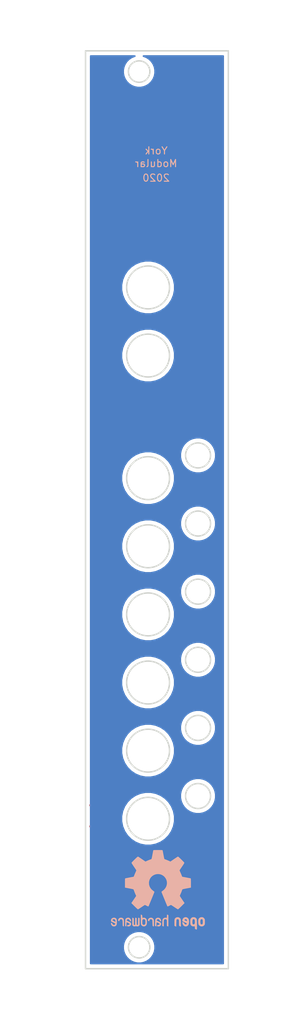
<source format=kicad_pcb>
(kicad_pcb (version 20171130) (host pcbnew 5.1.7-a382d34a8~87~ubuntu18.04.1)

  (general
    (thickness 1.6)
    (drawings 41)
    (tracks 0)
    (zones 0)
    (modules 1)
    (nets 1)
  )

  (page A4)
  (layers
    (0 F.Cu signal)
    (31 B.Cu signal)
    (32 B.Adhes user)
    (33 F.Adhes user)
    (34 B.Paste user)
    (35 F.Paste user)
    (36 B.SilkS user)
    (37 F.SilkS user)
    (38 B.Mask user)
    (39 F.Mask user)
    (40 Dwgs.User user)
    (41 Cmts.User user)
    (42 Eco1.User user)
    (43 Eco2.User user)
    (44 Edge.Cuts user)
    (45 Margin user)
    (46 B.CrtYd user)
    (47 F.CrtYd user)
    (48 B.Fab user)
    (49 F.Fab user)
  )

  (setup
    (last_trace_width 0.25)
    (trace_clearance 0.2)
    (zone_clearance 0.508)
    (zone_45_only no)
    (trace_min 0.2)
    (via_size 0.8)
    (via_drill 0.4)
    (via_min_size 0.4)
    (via_min_drill 0.3)
    (uvia_size 0.3)
    (uvia_drill 0.1)
    (uvias_allowed no)
    (uvia_min_size 0.2)
    (uvia_min_drill 0.1)
    (edge_width 0.05)
    (segment_width 0.2)
    (pcb_text_width 0.3)
    (pcb_text_size 1.5 1.5)
    (mod_edge_width 0.12)
    (mod_text_size 1 1)
    (mod_text_width 0.15)
    (pad_size 1.524 1.524)
    (pad_drill 0.762)
    (pad_to_mask_clearance 0.051)
    (solder_mask_min_width 0.25)
    (aux_axis_origin 0 0)
    (grid_origin 104.931 167.77014)
    (visible_elements FFFFFF7F)
    (pcbplotparams
      (layerselection 0x010fc_ffffffff)
      (usegerberextensions true)
      (usegerberattributes false)
      (usegerberadvancedattributes false)
      (creategerberjobfile false)
      (excludeedgelayer true)
      (linewidth 0.100000)
      (plotframeref false)
      (viasonmask false)
      (mode 1)
      (useauxorigin false)
      (hpglpennumber 1)
      (hpglpenspeed 20)
      (hpglpendiameter 15.000000)
      (psnegative false)
      (psa4output false)
      (plotreference true)
      (plotvalue true)
      (plotinvisibletext false)
      (padsonsilk false)
      (subtractmaskfromsilk false)
      (outputformat 1)
      (mirror false)
      (drillshape 0)
      (scaleselection 1)
      (outputdirectory "gerbers"))
  )

  (net 0 "")

  (net_class Default "This is the default net class."
    (clearance 0.2)
    (trace_width 0.25)
    (via_dia 0.8)
    (via_drill 0.4)
    (uvia_dia 0.3)
    (uvia_drill 0.1)
  )

  (module Symbol:OSHW-Logo2_14.6x12mm_SilkScreen (layer B.Cu) (tedit 0) (tstamp 5E654034)
    (at 115.062 156.718 180)
    (descr "Open Source Hardware Symbol")
    (tags "Logo Symbol OSHW")
    (attr virtual)
    (fp_text reference REF** (at 0 0) (layer B.SilkS) hide
      (effects (font (size 1 1) (thickness 0.15)) (justify mirror))
    )
    (fp_text value OSHW-Logo2_14.6x12mm_SilkScreen (at 0.75 0) (layer B.Fab) hide
      (effects (font (size 1 1) (thickness 0.15)) (justify mirror))
    )
    (fp_poly (pts (xy -4.8281 -3.861903) (xy -4.71655 -3.917522) (xy -4.618092 -4.019931) (xy -4.590977 -4.057864)
      (xy -4.561438 -4.1075) (xy -4.542272 -4.161412) (xy -4.531307 -4.233364) (xy -4.526371 -4.337122)
      (xy -4.525287 -4.474101) (xy -4.530182 -4.661815) (xy -4.547196 -4.802758) (xy -4.579823 -4.907908)
      (xy -4.631558 -4.988243) (xy -4.705896 -5.054741) (xy -4.711358 -5.058678) (xy -4.78462 -5.098953)
      (xy -4.87284 -5.11888) (xy -4.985038 -5.123793) (xy -5.167433 -5.123793) (xy -5.167509 -5.300857)
      (xy -5.169207 -5.39947) (xy -5.17955 -5.457314) (xy -5.206578 -5.492006) (xy -5.258332 -5.521164)
      (xy -5.270761 -5.527121) (xy -5.328923 -5.555039) (xy -5.373956 -5.572672) (xy -5.407441 -5.574194)
      (xy -5.430962 -5.553781) (xy -5.4461 -5.505607) (xy -5.454437 -5.423846) (xy -5.457556 -5.302672)
      (xy -5.45704 -5.13626) (xy -5.454471 -4.918785) (xy -5.453668 -4.853736) (xy -5.450778 -4.629502)
      (xy -5.448188 -4.482821) (xy -5.167586 -4.482821) (xy -5.166009 -4.607326) (xy -5.159 -4.688787)
      (xy -5.143142 -4.742515) (xy -5.115019 -4.783823) (xy -5.095925 -4.803971) (xy -5.017865 -4.862921)
      (xy -4.948753 -4.86772) (xy -4.87744 -4.819038) (xy -4.875632 -4.817241) (xy -4.846617 -4.779618)
      (xy -4.828967 -4.728484) (xy -4.820064 -4.649738) (xy -4.817291 -4.529276) (xy -4.817241 -4.502588)
      (xy -4.823942 -4.336583) (xy -4.845752 -4.221505) (xy -4.885235 -4.151254) (xy -4.944956 -4.119729)
      (xy -4.979472 -4.116552) (xy -5.061389 -4.13146) (xy -5.117579 -4.180548) (xy -5.151402 -4.270362)
      (xy -5.16622 -4.407445) (xy -5.167586 -4.482821) (xy -5.448188 -4.482821) (xy -5.447713 -4.455952)
      (xy -5.443753 -4.325382) (xy -5.438174 -4.230087) (xy -5.430254 -4.162364) (xy -5.419269 -4.114507)
      (xy -5.404499 -4.078813) (xy -5.385218 -4.047578) (xy -5.376951 -4.035824) (xy -5.267288 -3.924797)
      (xy -5.128635 -3.861847) (xy -4.968246 -3.844297) (xy -4.8281 -3.861903)) (layer B.SilkS) (width 0.01))
    (fp_poly (pts (xy -2.582571 -3.877719) (xy -2.488877 -3.931914) (xy -2.423736 -3.985707) (xy -2.376093 -4.042066)
      (xy -2.343272 -4.110987) (xy -2.322594 -4.202468) (xy -2.31138 -4.326506) (xy -2.306951 -4.493098)
      (xy -2.306437 -4.612851) (xy -2.306437 -5.053659) (xy -2.430517 -5.109283) (xy -2.554598 -5.164907)
      (xy -2.569195 -4.682095) (xy -2.575227 -4.501779) (xy -2.581555 -4.370901) (xy -2.589394 -4.280511)
      (xy -2.599963 -4.221664) (xy -2.614477 -4.185413) (xy -2.634152 -4.16281) (xy -2.640465 -4.157917)
      (xy -2.736112 -4.119706) (xy -2.832793 -4.134827) (xy -2.890345 -4.174943) (xy -2.913755 -4.20337)
      (xy -2.929961 -4.240672) (xy -2.940259 -4.297223) (xy -2.945951 -4.383394) (xy -2.948336 -4.509558)
      (xy -2.948736 -4.641042) (xy -2.948814 -4.805999) (xy -2.951639 -4.922761) (xy -2.961093 -5.00151)
      (xy -2.98106 -5.052431) (xy -3.015424 -5.085706) (xy -3.068068 -5.11152) (xy -3.138383 -5.138344)
      (xy -3.21518 -5.167542) (xy -3.206038 -4.649346) (xy -3.202357 -4.462539) (xy -3.19805 -4.32449)
      (xy -3.191877 -4.225568) (xy -3.182598 -4.156145) (xy -3.168973 -4.10659) (xy -3.149761 -4.067273)
      (xy -3.126598 -4.032584) (xy -3.014848 -3.92177) (xy -2.878487 -3.857689) (xy -2.730175 -3.842339)
      (xy -2.582571 -3.877719)) (layer B.SilkS) (width 0.01))
    (fp_poly (pts (xy -5.951779 -3.866015) (xy -5.814939 -3.937968) (xy -5.713949 -4.053766) (xy -5.678075 -4.128213)
      (xy -5.650161 -4.239992) (xy -5.635871 -4.381227) (xy -5.634516 -4.535371) (xy -5.645405 -4.685879)
      (xy -5.667847 -4.816205) (xy -5.70115 -4.909803) (xy -5.711385 -4.925922) (xy -5.832618 -5.046249)
      (xy -5.976613 -5.118317) (xy -6.132861 -5.139408) (xy -6.290852 -5.106802) (xy -6.33482 -5.087253)
      (xy -6.420444 -5.027012) (xy -6.495592 -4.947135) (xy -6.502694 -4.937004) (xy -6.531561 -4.888181)
      (xy -6.550643 -4.83599) (xy -6.561916 -4.767285) (xy -6.567355 -4.668918) (xy -6.568938 -4.527744)
      (xy -6.568965 -4.496092) (xy -6.568893 -4.486019) (xy -6.277011 -4.486019) (xy -6.275313 -4.619256)
      (xy -6.268628 -4.707674) (xy -6.254575 -4.764785) (xy -6.230771 -4.804102) (xy -6.218621 -4.817241)
      (xy -6.148764 -4.867172) (xy -6.080941 -4.864895) (xy -6.012365 -4.821584) (xy -5.971465 -4.775346)
      (xy -5.947242 -4.707857) (xy -5.933639 -4.601433) (xy -5.932706 -4.58902) (xy -5.930384 -4.396147)
      (xy -5.95465 -4.2529) (xy -6.005176 -4.16016) (xy -6.081632 -4.118807) (xy -6.108924 -4.116552)
      (xy -6.180589 -4.127893) (xy -6.22961 -4.167184) (xy -6.259582 -4.242326) (xy -6.274101 -4.361222)
      (xy -6.277011 -4.486019) (xy -6.568893 -4.486019) (xy -6.567878 -4.345659) (xy -6.563312 -4.240549)
      (xy -6.553312 -4.167714) (xy -6.535921 -4.114108) (xy -6.509184 -4.066681) (xy -6.503276 -4.057864)
      (xy -6.403968 -3.939007) (xy -6.295758 -3.870008) (xy -6.164019 -3.842619) (xy -6.119283 -3.841281)
      (xy -5.951779 -3.866015)) (layer B.SilkS) (width 0.01))
    (fp_poly (pts (xy -3.684448 -3.884676) (xy -3.569342 -3.962111) (xy -3.480389 -4.073949) (xy -3.427251 -4.216265)
      (xy -3.416503 -4.321015) (xy -3.417724 -4.364726) (xy -3.427944 -4.398194) (xy -3.456039 -4.428179)
      (xy -3.510884 -4.46144) (xy -3.601355 -4.504738) (xy -3.736328 -4.564833) (xy -3.737011 -4.565134)
      (xy -3.861249 -4.622037) (xy -3.963127 -4.672565) (xy -4.032233 -4.71128) (xy -4.058154 -4.73274)
      (xy -4.058161 -4.732913) (xy -4.035315 -4.779644) (xy -3.981891 -4.831154) (xy -3.920558 -4.868261)
      (xy -3.889485 -4.875632) (xy -3.804711 -4.850138) (xy -3.731707 -4.786291) (xy -3.696087 -4.716094)
      (xy -3.66182 -4.664343) (xy -3.594697 -4.605409) (xy -3.515792 -4.554496) (xy -3.446179 -4.526809)
      (xy -3.431623 -4.525287) (xy -3.415237 -4.550321) (xy -3.41425 -4.614311) (xy -3.426292 -4.700593)
      (xy -3.448993 -4.792501) (xy -3.479986 -4.873369) (xy -3.481552 -4.876509) (xy -3.574819 -5.006734)
      (xy -3.695696 -5.095311) (xy -3.832973 -5.138786) (xy -3.97544 -5.133706) (xy -4.111888 -5.076616)
      (xy -4.117955 -5.072602) (xy -4.22529 -4.975326) (xy -4.295868 -4.848409) (xy -4.334926 -4.681526)
      (xy -4.340168 -4.634639) (xy -4.349452 -4.413329) (xy -4.338322 -4.310124) (xy -4.058161 -4.310124)
      (xy -4.054521 -4.374503) (xy -4.034611 -4.393291) (xy -3.984974 -4.379235) (xy -3.906733 -4.346009)
      (xy -3.819274 -4.304359) (xy -3.817101 -4.303256) (xy -3.74297 -4.264265) (xy -3.713219 -4.238244)
      (xy -3.720555 -4.210965) (xy -3.751447 -4.175121) (xy -3.83004 -4.123251) (xy -3.914677 -4.119439)
      (xy -3.990597 -4.157189) (xy -4.043035 -4.230001) (xy -4.058161 -4.310124) (xy -4.338322 -4.310124)
      (xy -4.330356 -4.236261) (xy -4.281366 -4.095829) (xy -4.213164 -3.997447) (xy -4.090065 -3.89803)
      (xy -3.954472 -3.848711) (xy -3.816045 -3.845568) (xy -3.684448 -3.884676)) (layer B.SilkS) (width 0.01))
    (fp_poly (pts (xy -1.255402 -3.723857) (xy -1.246846 -3.843188) (xy -1.237019 -3.913506) (xy -1.223401 -3.944179)
      (xy -1.203473 -3.944571) (xy -1.197011 -3.94091) (xy -1.11106 -3.914398) (xy -0.999255 -3.915946)
      (xy -0.885586 -3.943199) (xy -0.81449 -3.978455) (xy -0.741595 -4.034778) (xy -0.688307 -4.098519)
      (xy -0.651725 -4.17951) (xy -0.62895 -4.287586) (xy -0.617081 -4.43258) (xy -0.613218 -4.624326)
      (xy -0.613149 -4.661109) (xy -0.613103 -5.074288) (xy -0.705046 -5.106339) (xy -0.770348 -5.128144)
      (xy -0.806176 -5.138297) (xy -0.80723 -5.138391) (xy -0.810758 -5.11086) (xy -0.813761 -5.034923)
      (xy -0.81601 -4.920565) (xy -0.817276 -4.777769) (xy -0.817471 -4.690951) (xy -0.817877 -4.519773)
      (xy -0.819968 -4.397088) (xy -0.825053 -4.313) (xy -0.83444 -4.257614) (xy -0.849439 -4.221032)
      (xy -0.871358 -4.193359) (xy -0.885043 -4.180032) (xy -0.979051 -4.126328) (xy -1.081636 -4.122307)
      (xy -1.17471 -4.167725) (xy -1.191922 -4.184123) (xy -1.217168 -4.214957) (xy -1.23468 -4.251531)
      (xy -1.245858 -4.304415) (xy -1.252104 -4.384177) (xy -1.254818 -4.501385) (xy -1.255402 -4.662991)
      (xy -1.255402 -5.074288) (xy -1.347345 -5.106339) (xy -1.412647 -5.128144) (xy -1.448475 -5.138297)
      (xy -1.449529 -5.138391) (xy -1.452225 -5.110448) (xy -1.454655 -5.03163) (xy -1.456722 -4.909453)
      (xy -1.458329 -4.751432) (xy -1.459377 -4.565083) (xy -1.459769 -4.35792) (xy -1.45977 -4.348706)
      (xy -1.45977 -3.55902) (xy -1.364885 -3.518997) (xy -1.27 -3.478973) (xy -1.255402 -3.723857)) (layer B.SilkS) (width 0.01))
    (fp_poly (pts (xy 0.079944 -3.92436) (xy 0.194343 -3.966842) (xy 0.195652 -3.967658) (xy 0.266403 -4.01973)
      (xy 0.318636 -4.080584) (xy 0.355371 -4.159887) (xy 0.379634 -4.267309) (xy 0.394445 -4.412517)
      (xy 0.402829 -4.605179) (xy 0.403564 -4.632628) (xy 0.41412 -5.046521) (xy 0.325291 -5.092456)
      (xy 0.261018 -5.123498) (xy 0.22221 -5.138206) (xy 0.220415 -5.138391) (xy 0.2137 -5.11125)
      (xy 0.208365 -5.038041) (xy 0.205083 -4.931081) (xy 0.204368 -4.844469) (xy 0.204351 -4.704162)
      (xy 0.197937 -4.616051) (xy 0.17558 -4.574025) (xy 0.127732 -4.571975) (xy 0.044849 -4.60379)
      (xy -0.080287 -4.662272) (xy -0.172303 -4.710845) (xy -0.219629 -4.752986) (xy -0.233542 -4.798916)
      (xy -0.233563 -4.801189) (xy -0.210605 -4.880311) (xy -0.14263 -4.923055) (xy -0.038602 -4.929246)
      (xy 0.03633 -4.928172) (xy 0.075839 -4.949753) (xy 0.100478 -5.001591) (xy 0.114659 -5.067632)
      (xy 0.094223 -5.105104) (xy 0.086528 -5.110467) (xy 0.014083 -5.132006) (xy -0.087367 -5.135055)
      (xy -0.191843 -5.120778) (xy -0.265875 -5.094688) (xy -0.368228 -5.007785) (xy -0.426409 -4.886816)
      (xy -0.437931 -4.792308) (xy -0.429138 -4.707062) (xy -0.39732 -4.637476) (xy -0.334316 -4.575672)
      (xy -0.231969 -4.513772) (xy -0.082118 -4.443897) (xy -0.072988 -4.439948) (xy 0.061997 -4.377588)
      (xy 0.145294 -4.326446) (xy 0.180997 -4.280488) (xy 0.173203 -4.233683) (xy 0.126007 -4.179998)
      (xy 0.111894 -4.167644) (xy 0.017359 -4.119741) (xy -0.080594 -4.121758) (xy -0.165903 -4.168724)
      (xy -0.222504 -4.255669) (xy -0.227763 -4.272734) (xy -0.278977 -4.355504) (xy -0.343963 -4.395372)
      (xy -0.437931 -4.434882) (xy -0.437931 -4.332658) (xy -0.409347 -4.184072) (xy -0.324505 -4.047784)
      (xy -0.280355 -4.002191) (xy -0.179995 -3.943674) (xy -0.052365 -3.917184) (xy 0.079944 -3.92436)) (layer B.SilkS) (width 0.01))
    (fp_poly (pts (xy 1.065943 -3.92192) (xy 1.198565 -3.970859) (xy 1.30601 -4.057419) (xy 1.348032 -4.118352)
      (xy 1.393843 -4.230161) (xy 1.392891 -4.311006) (xy 1.344808 -4.365378) (xy 1.327017 -4.374624)
      (xy 1.250204 -4.40345) (xy 1.210976 -4.396065) (xy 1.197689 -4.347658) (xy 1.197012 -4.32092)
      (xy 1.172686 -4.222548) (xy 1.109281 -4.153734) (xy 1.021154 -4.120498) (xy 0.922663 -4.128861)
      (xy 0.842602 -4.172296) (xy 0.815561 -4.197072) (xy 0.796394 -4.227129) (xy 0.783446 -4.272565)
      (xy 0.775064 -4.343476) (xy 0.769593 -4.44996) (xy 0.765378 -4.602112) (xy 0.764287 -4.650287)
      (xy 0.760307 -4.815095) (xy 0.755781 -4.931088) (xy 0.748995 -5.007833) (xy 0.738231 -5.054893)
      (xy 0.721773 -5.081835) (xy 0.697906 -5.098223) (xy 0.682626 -5.105463) (xy 0.617733 -5.13022)
      (xy 0.579534 -5.138391) (xy 0.566912 -5.111103) (xy 0.559208 -5.028603) (xy 0.55638 -4.889941)
      (xy 0.558386 -4.694162) (xy 0.559011 -4.663965) (xy 0.563421 -4.485349) (xy 0.568635 -4.354923)
      (xy 0.576055 -4.262492) (xy 0.587082 -4.197858) (xy 0.603117 -4.150825) (xy 0.625561 -4.111196)
      (xy 0.637302 -4.094215) (xy 0.704619 -4.01908) (xy 0.77991 -3.960638) (xy 0.789128 -3.955536)
      (xy 0.924133 -3.91526) (xy 1.065943 -3.92192)) (layer B.SilkS) (width 0.01))
    (fp_poly (pts (xy 2.393914 -4.154455) (xy 2.393543 -4.372661) (xy 2.392108 -4.540519) (xy 2.389002 -4.66607)
      (xy 2.383622 -4.757355) (xy 2.375362 -4.822415) (xy 2.363616 -4.869291) (xy 2.347781 -4.906024)
      (xy 2.33579 -4.926991) (xy 2.23649 -5.040694) (xy 2.110588 -5.111965) (xy 1.971291 -5.137538)
      (xy 1.831805 -5.11415) (xy 1.748743 -5.072119) (xy 1.661545 -4.999411) (xy 1.602117 -4.910612)
      (xy 1.566261 -4.79432) (xy 1.549781 -4.639135) (xy 1.547447 -4.525287) (xy 1.547761 -4.517106)
      (xy 1.751724 -4.517106) (xy 1.75297 -4.647657) (xy 1.758678 -4.73408) (xy 1.771804 -4.790618)
      (xy 1.795306 -4.831514) (xy 1.823386 -4.862362) (xy 1.917688 -4.921905) (xy 2.01894 -4.926992)
      (xy 2.114636 -4.877279) (xy 2.122084 -4.870543) (xy 2.153874 -4.835502) (xy 2.173808 -4.793811)
      (xy 2.1846 -4.731762) (xy 2.188965 -4.635644) (xy 2.189655 -4.529379) (xy 2.188159 -4.39588)
      (xy 2.181964 -4.306822) (xy 2.168514 -4.248293) (xy 2.145251 -4.206382) (xy 2.126175 -4.184123)
      (xy 2.037563 -4.127985) (xy 1.935508 -4.121235) (xy 1.838095 -4.164114) (xy 1.819296 -4.180032)
      (xy 1.787293 -4.215382) (xy 1.767318 -4.257502) (xy 1.756593 -4.320251) (xy 1.752339 -4.417487)
      (xy 1.751724 -4.517106) (xy 1.547761 -4.517106) (xy 1.554504 -4.341947) (xy 1.578472 -4.204195)
      (xy 1.623548 -4.100632) (xy 1.693928 -4.019856) (xy 1.748743 -3.978455) (xy 1.848376 -3.933728)
      (xy 1.963855 -3.912967) (xy 2.071199 -3.918525) (xy 2.131264 -3.940943) (xy 2.154835 -3.947323)
      (xy 2.170477 -3.923535) (xy 2.181395 -3.859788) (xy 2.189655 -3.762687) (xy 2.198699 -3.654541)
      (xy 2.211261 -3.589475) (xy 2.234119 -3.552268) (xy 2.274051 -3.527699) (xy 2.299138 -3.516819)
      (xy 2.394023 -3.477072) (xy 2.393914 -4.154455)) (layer B.SilkS) (width 0.01))
    (fp_poly (pts (xy 3.580124 -3.93984) (xy 3.584579 -4.016653) (xy 3.588071 -4.133391) (xy 3.590315 -4.280821)
      (xy 3.591035 -4.435455) (xy 3.591035 -4.958727) (xy 3.498645 -5.051117) (xy 3.434978 -5.108047)
      (xy 3.379089 -5.131107) (xy 3.302702 -5.129647) (xy 3.27238 -5.125934) (xy 3.17761 -5.115126)
      (xy 3.099222 -5.108933) (xy 3.080115 -5.108361) (xy 3.015699 -5.112102) (xy 2.923571 -5.121494)
      (xy 2.88785 -5.125934) (xy 2.800114 -5.132801) (xy 2.741153 -5.117885) (xy 2.68269 -5.071835)
      (xy 2.661585 -5.051117) (xy 2.569195 -4.958727) (xy 2.569195 -3.979947) (xy 2.643558 -3.946066)
      (xy 2.70759 -3.92097) (xy 2.745052 -3.912184) (xy 2.754657 -3.93995) (xy 2.763635 -4.01753)
      (xy 2.771386 -4.136348) (xy 2.777314 -4.287828) (xy 2.780173 -4.415805) (xy 2.788161 -4.919425)
      (xy 2.857848 -4.929278) (xy 2.921229 -4.922389) (xy 2.952286 -4.900083) (xy 2.960967 -4.858379)
      (xy 2.968378 -4.769544) (xy 2.973931 -4.644834) (xy 2.977036 -4.495507) (xy 2.977484 -4.418661)
      (xy 2.977931 -3.976287) (xy 3.069874 -3.944235) (xy 3.134949 -3.922443) (xy 3.170347 -3.912281)
      (xy 3.171368 -3.912184) (xy 3.17492 -3.939809) (xy 3.178823 -4.016411) (xy 3.182751 -4.132579)
      (xy 3.186376 -4.278904) (xy 3.188908 -4.415805) (xy 3.196897 -4.919425) (xy 3.372069 -4.919425)
      (xy 3.380107 -4.459965) (xy 3.388146 -4.000505) (xy 3.473543 -3.956344) (xy 3.536593 -3.926019)
      (xy 3.57391 -3.912258) (xy 3.574987 -3.912184) (xy 3.580124 -3.93984)) (layer B.SilkS) (width 0.01))
    (fp_poly (pts (xy 4.314406 -3.935156) (xy 4.398469 -3.973393) (xy 4.46445 -4.019726) (xy 4.512794 -4.071532)
      (xy 4.546172 -4.138363) (xy 4.567253 -4.229769) (xy 4.578707 -4.355301) (xy 4.583203 -4.524508)
      (xy 4.583678 -4.635933) (xy 4.583678 -5.070627) (xy 4.509316 -5.104509) (xy 4.450746 -5.129272)
      (xy 4.42173 -5.138391) (xy 4.416179 -5.111257) (xy 4.411775 -5.038094) (xy 4.409078 -4.931263)
      (xy 4.408506 -4.846437) (xy 4.406046 -4.723887) (xy 4.399412 -4.626668) (xy 4.389726 -4.567134)
      (xy 4.382032 -4.554483) (xy 4.330311 -4.567402) (xy 4.249117 -4.600539) (xy 4.155102 -4.645461)
      (xy 4.064917 -4.693735) (xy 3.995215 -4.736928) (xy 3.962648 -4.766608) (xy 3.962519 -4.766929)
      (xy 3.96532 -4.821857) (xy 3.990439 -4.874292) (xy 4.034541 -4.916881) (xy 4.098909 -4.931126)
      (xy 4.153921 -4.929466) (xy 4.231835 -4.928245) (xy 4.272732 -4.946498) (xy 4.297295 -4.994726)
      (xy 4.300392 -5.00382) (xy 4.31104 -5.072598) (xy 4.282565 -5.11436) (xy 4.208344 -5.134263)
      (xy 4.128168 -5.137944) (xy 3.98389 -5.110658) (xy 3.909203 -5.07169) (xy 3.816963 -4.980148)
      (xy 3.768043 -4.867782) (xy 3.763654 -4.749051) (xy 3.805001 -4.638411) (xy 3.867197 -4.56908)
      (xy 3.929294 -4.530265) (xy 4.026895 -4.481125) (xy 4.140632 -4.431292) (xy 4.15959 -4.423677)
      (xy 4.284521 -4.368545) (xy 4.356539 -4.319954) (xy 4.3797 -4.271647) (xy 4.358064 -4.21737)
      (xy 4.32092 -4.174943) (xy 4.233127 -4.122702) (xy 4.13653 -4.118784) (xy 4.047944 -4.159041)
      (xy 3.984186 -4.239326) (xy 3.975817 -4.26004) (xy 3.927096 -4.336225) (xy 3.855965 -4.392785)
      (xy 3.766207 -4.439201) (xy 3.766207 -4.307584) (xy 3.77149 -4.227168) (xy 3.794142 -4.163786)
      (xy 3.844367 -4.096163) (xy 3.892582 -4.044076) (xy 3.967554 -3.970322) (xy 4.025806 -3.930702)
      (xy 4.088372 -3.91481) (xy 4.159193 -3.912184) (xy 4.314406 -3.935156)) (layer B.SilkS) (width 0.01))
    (fp_poly (pts (xy 5.33569 -3.940018) (xy 5.370585 -3.955269) (xy 5.453877 -4.021235) (xy 5.525103 -4.116618)
      (xy 5.569153 -4.218406) (xy 5.576322 -4.268587) (xy 5.552285 -4.338647) (xy 5.499561 -4.375717)
      (xy 5.443031 -4.398164) (xy 5.417146 -4.4023) (xy 5.404542 -4.372283) (xy 5.379654 -4.306961)
      (xy 5.368735 -4.277445) (xy 5.307508 -4.175348) (xy 5.218861 -4.124423) (xy 5.105193 -4.125989)
      (xy 5.096774 -4.127994) (xy 5.036088 -4.156767) (xy 4.991474 -4.212859) (xy 4.961002 -4.303163)
      (xy 4.942744 -4.434571) (xy 4.934771 -4.613974) (xy 4.934023 -4.709433) (xy 4.933652 -4.859913)
      (xy 4.931223 -4.962495) (xy 4.92476 -5.027672) (xy 4.912288 -5.065938) (xy 4.891833 -5.087785)
      (xy 4.861419 -5.103707) (xy 4.859661 -5.104509) (xy 4.801091 -5.129272) (xy 4.772075 -5.138391)
      (xy 4.767616 -5.110822) (xy 4.763799 -5.03462) (xy 4.760899 -4.919541) (xy 4.759191 -4.775341)
      (xy 4.758851 -4.669814) (xy 4.760588 -4.465613) (xy 4.767382 -4.310697) (xy 4.781607 -4.196024)
      (xy 4.805638 -4.112551) (xy 4.841848 -4.051236) (xy 4.892612 -4.003034) (xy 4.942739 -3.969393)
      (xy 5.063275 -3.924619) (xy 5.203557 -3.914521) (xy 5.33569 -3.940018)) (layer B.SilkS) (width 0.01))
    (fp_poly (pts (xy 6.343439 -3.95654) (xy 6.45895 -4.032034) (xy 6.514664 -4.099617) (xy 6.558804 -4.222255)
      (xy 6.562309 -4.319298) (xy 6.554368 -4.449056) (xy 6.255115 -4.580039) (xy 6.109611 -4.646958)
      (xy 6.014537 -4.70079) (xy 5.965101 -4.747416) (xy 5.956511 -4.79272) (xy 5.983972 -4.842582)
      (xy 6.014253 -4.875632) (xy 6.102363 -4.928633) (xy 6.198196 -4.932347) (xy 6.286212 -4.891041)
      (xy 6.350869 -4.808983) (xy 6.362433 -4.780008) (xy 6.417825 -4.689509) (xy 6.481553 -4.65094)
      (xy 6.568966 -4.617946) (xy 6.568966 -4.743034) (xy 6.561238 -4.828156) (xy 6.530966 -4.899938)
      (xy 6.467518 -4.982356) (xy 6.458088 -4.993066) (xy 6.387513 -5.066391) (xy 6.326847 -5.105742)
      (xy 6.25095 -5.123845) (xy 6.18803 -5.129774) (xy 6.075487 -5.131251) (xy 5.99537 -5.112535)
      (xy 5.94539 -5.084747) (xy 5.866838 -5.023641) (xy 5.812463 -4.957554) (xy 5.778052 -4.874441)
      (xy 5.759388 -4.762254) (xy 5.752256 -4.608946) (xy 5.751687 -4.531136) (xy 5.753622 -4.437853)
      (xy 5.929899 -4.437853) (xy 5.931944 -4.487896) (xy 5.937039 -4.496092) (xy 5.970666 -4.484958)
      (xy 6.04303 -4.455493) (xy 6.139747 -4.413601) (xy 6.159973 -4.404597) (xy 6.282203 -4.342442)
      (xy 6.349547 -4.287815) (xy 6.364348 -4.236649) (xy 6.328947 -4.184876) (xy 6.299711 -4.162)
      (xy 6.194216 -4.11625) (xy 6.095476 -4.123808) (xy 6.012812 -4.179651) (xy 5.955548 -4.278753)
      (xy 5.937188 -4.357414) (xy 5.929899 -4.437853) (xy 5.753622 -4.437853) (xy 5.755459 -4.349351)
      (xy 5.769359 -4.214853) (xy 5.796894 -4.116916) (xy 5.841572 -4.044811) (xy 5.906901 -3.987813)
      (xy 5.935383 -3.969393) (xy 6.064763 -3.921422) (xy 6.206412 -3.918403) (xy 6.343439 -3.95654)) (layer B.SilkS) (width 0.01))
    (fp_poly (pts (xy 0.209014 5.547002) (xy 0.367006 5.546137) (xy 0.481347 5.543795) (xy 0.559407 5.539238)
      (xy 0.608554 5.53173) (xy 0.636159 5.520534) (xy 0.649592 5.504912) (xy 0.656221 5.484127)
      (xy 0.656865 5.481437) (xy 0.666935 5.432887) (xy 0.685575 5.337095) (xy 0.710845 5.204257)
      (xy 0.740807 5.044569) (xy 0.773522 4.868226) (xy 0.774664 4.862033) (xy 0.807433 4.689218)
      (xy 0.838093 4.536531) (xy 0.864664 4.413129) (xy 0.885167 4.328169) (xy 0.897626 4.29081)
      (xy 0.89822 4.290148) (xy 0.934919 4.271905) (xy 1.010586 4.241503) (xy 1.108878 4.205507)
      (xy 1.109425 4.205315) (xy 1.233233 4.158778) (xy 1.379196 4.099496) (xy 1.516781 4.039891)
      (xy 1.523293 4.036944) (xy 1.74739 3.935235) (xy 2.243619 4.274103) (xy 2.395846 4.377408)
      (xy 2.533741 4.469763) (xy 2.649315 4.545916) (xy 2.734579 4.600615) (xy 2.781544 4.628607)
      (xy 2.786004 4.630683) (xy 2.820134 4.62144) (xy 2.883881 4.576844) (xy 2.979731 4.494791)
      (xy 3.110169 4.373179) (xy 3.243328 4.243795) (xy 3.371694 4.116298) (xy 3.486581 3.999954)
      (xy 3.581073 3.901948) (xy 3.648253 3.829464) (xy 3.681206 3.789687) (xy 3.682432 3.787639)
      (xy 3.686074 3.760344) (xy 3.67235 3.715766) (xy 3.637869 3.647888) (xy 3.579239 3.550689)
      (xy 3.49307 3.418149) (xy 3.3782 3.247524) (xy 3.276254 3.097345) (xy 3.185123 2.96265)
      (xy 3.110073 2.85126) (xy 3.056369 2.770995) (xy 3.02928 2.729675) (xy 3.027574 2.72687)
      (xy 3.030882 2.687279) (xy 3.055953 2.610331) (xy 3.097798 2.510568) (xy 3.112712 2.478709)
      (xy 3.177786 2.336774) (xy 3.247212 2.175727) (xy 3.303609 2.036379) (xy 3.344247 1.932956)
      (xy 3.376526 1.854358) (xy 3.395178 1.81328) (xy 3.397497 1.810115) (xy 3.431803 1.804872)
      (xy 3.512669 1.790506) (xy 3.629343 1.769063) (xy 3.771075 1.742587) (xy 3.92711 1.713123)
      (xy 4.086698 1.682717) (xy 4.239085 1.653412) (xy 4.373521 1.627255) (xy 4.479252 1.60629)
      (xy 4.545526 1.592561) (xy 4.561782 1.58868) (xy 4.578573 1.5791) (xy 4.591249 1.557464)
      (xy 4.600378 1.516469) (xy 4.606531 1.448811) (xy 4.61028 1.347188) (xy 4.612192 1.204297)
      (xy 4.61284 1.012835) (xy 4.612874 0.934355) (xy 4.612874 0.296094) (xy 4.459598 0.26584)
      (xy 4.374322 0.249436) (xy 4.24707 0.225491) (xy 4.093315 0.196893) (xy 3.928534 0.166533)
      (xy 3.882989 0.158194) (xy 3.730932 0.12863) (xy 3.598468 0.099558) (xy 3.496714 0.073671)
      (xy 3.436788 0.053663) (xy 3.426805 0.047699) (xy 3.402293 0.005466) (xy 3.367148 -0.07637)
      (xy 3.328173 -0.181683) (xy 3.320442 -0.204368) (xy 3.26936 -0.345018) (xy 3.205954 -0.503714)
      (xy 3.143904 -0.646225) (xy 3.143598 -0.646886) (xy 3.040267 -0.87044) (xy 3.719961 -1.870232)
      (xy 3.283621 -2.3073) (xy 3.151649 -2.437381) (xy 3.031279 -2.552048) (xy 2.929273 -2.645181)
      (xy 2.852391 -2.710658) (xy 2.807393 -2.742357) (xy 2.800938 -2.744368) (xy 2.76304 -2.728529)
      (xy 2.685708 -2.684496) (xy 2.577389 -2.61749) (xy 2.446532 -2.532734) (xy 2.305052 -2.437816)
      (xy 2.161461 -2.340998) (xy 2.033435 -2.256751) (xy 1.929105 -2.190258) (xy 1.8566 -2.146702)
      (xy 1.824158 -2.131264) (xy 1.784576 -2.144328) (xy 1.709519 -2.17875) (xy 1.614468 -2.22738)
      (xy 1.604392 -2.232785) (xy 1.476391 -2.29698) (xy 1.388618 -2.328463) (xy 1.334028 -2.328798)
      (xy 1.305575 -2.299548) (xy 1.30541 -2.299138) (xy 1.291188 -2.264498) (xy 1.257269 -2.182269)
      (xy 1.206284 -2.058814) (xy 1.140862 -1.900498) (xy 1.063634 -1.713686) (xy 0.977229 -1.504742)
      (xy 0.893551 -1.302446) (xy 0.801588 -1.0792) (xy 0.71715 -0.872392) (xy 0.642769 -0.688362)
      (xy 0.580974 -0.533451) (xy 0.534297 -0.413996) (xy 0.505268 -0.336339) (xy 0.496322 -0.307356)
      (xy 0.518756 -0.27411) (xy 0.577439 -0.221123) (xy 0.655689 -0.162704) (xy 0.878534 0.022048)
      (xy 1.052718 0.233818) (xy 1.176154 0.468144) (xy 1.246754 0.720566) (xy 1.262431 0.986623)
      (xy 1.251036 1.109425) (xy 1.18895 1.364207) (xy 1.082023 1.589199) (xy 0.936889 1.782183)
      (xy 0.760178 1.940939) (xy 0.558522 2.06325) (xy 0.338554 2.146895) (xy 0.106906 2.189656)
      (xy -0.129791 2.189313) (xy -0.364905 2.143648) (xy -0.591804 2.050441) (xy -0.803856 1.907473)
      (xy -0.892364 1.826617) (xy -1.062111 1.618993) (xy -1.180301 1.392105) (xy -1.247722 1.152567)
      (xy -1.26516 0.906993) (xy -1.233402 0.661997) (xy -1.153235 0.424192) (xy -1.025445 0.200193)
      (xy -0.85082 -0.003387) (xy -0.655688 -0.162704) (xy -0.574409 -0.223602) (xy -0.516991 -0.276015)
      (xy -0.496322 -0.307406) (xy -0.507144 -0.341639) (xy -0.537923 -0.423419) (xy -0.586126 -0.546407)
      (xy -0.649222 -0.704263) (xy -0.724678 -0.890649) (xy -0.809962 -1.099226) (xy -0.893781 -1.302496)
      (xy -0.986255 -1.525933) (xy -1.071911 -1.732984) (xy -1.148118 -1.917286) (xy -1.212247 -2.072475)
      (xy -1.261668 -2.192188) (xy -1.293752 -2.270061) (xy -1.305641 -2.299138) (xy -1.333726 -2.328677)
      (xy -1.388051 -2.328591) (xy -1.475605 -2.297326) (xy -1.603381 -2.233329) (xy -1.604392 -2.232785)
      (xy -1.700598 -2.183121) (xy -1.778369 -2.146945) (xy -1.822223 -2.131408) (xy -1.824158 -2.131264)
      (xy -1.857171 -2.147024) (xy -1.930054 -2.19085) (xy -2.034678 -2.257557) (xy -2.16291 -2.341964)
      (xy -2.305052 -2.437816) (xy -2.449767 -2.534867) (xy -2.580196 -2.61927) (xy -2.68789 -2.685801)
      (xy -2.764402 -2.729238) (xy -2.800938 -2.744368) (xy -2.834582 -2.724482) (xy -2.902224 -2.668903)
      (xy -2.997107 -2.583754) (xy -3.11247 -2.475153) (xy -3.241555 -2.349221) (xy -3.283771 -2.307149)
      (xy -3.720261 -1.869931) (xy -3.388023 -1.38234) (xy -3.287054 -1.232605) (xy -3.198438 -1.09822)
      (xy -3.127146 -0.986969) (xy -3.07815 -0.906639) (xy -3.056422 -0.865014) (xy -3.055785 -0.862053)
      (xy -3.06724 -0.822818) (xy -3.098051 -0.743895) (xy -3.142884 -0.638509) (xy -3.174353 -0.567954)
      (xy -3.233192 -0.432876) (xy -3.288604 -0.296409) (xy -3.331564 -0.181103) (xy -3.343234 -0.145977)
      (xy -3.376389 -0.052174) (xy -3.408799 0.020306) (xy -3.426601 0.047699) (xy -3.465886 0.064464)
      (xy -3.551626 0.08823) (xy -3.672697 0.116303) (xy -3.817973 0.145991) (xy -3.882988 0.158194)
      (xy -4.048087 0.188532) (xy -4.206448 0.217907) (xy -4.342596 0.243431) (xy -4.441057 0.262215)
      (xy -4.459598 0.26584) (xy -4.612873 0.296094) (xy -4.612873 0.934355) (xy -4.612529 1.14423)
      (xy -4.611116 1.30302) (xy -4.608064 1.418027) (xy -4.602803 1.496554) (xy -4.594763 1.545904)
      (xy -4.583373 1.573381) (xy -4.568063 1.586287) (xy -4.561782 1.58868) (xy -4.523896 1.597167)
      (xy -4.440195 1.6141) (xy -4.321433 1.637434) (xy -4.178361 1.665125) (xy -4.021732 1.695127)
      (xy -3.862297 1.725396) (xy -3.710809 1.753885) (xy -3.578019 1.778551) (xy -3.474681 1.797349)
      (xy -3.411545 1.808233) (xy -3.397497 1.810115) (xy -3.38477 1.835296) (xy -3.3566 1.902378)
      (xy -3.318252 1.998667) (xy -3.303609 2.036379) (xy -3.244548 2.182079) (xy -3.175 2.343049)
      (xy -3.112712 2.478709) (xy -3.066879 2.582439) (xy -3.036387 2.667674) (xy -3.026208 2.719874)
      (xy -3.027831 2.72687) (xy -3.049343 2.759898) (xy -3.098465 2.833357) (xy -3.169923 2.939423)
      (xy -3.258445 3.070274) (xy -3.358759 3.218088) (xy -3.378594 3.247266) (xy -3.494988 3.420137)
      (xy -3.580548 3.551774) (xy -3.638684 3.648239) (xy -3.672808 3.715592) (xy -3.686331 3.759894)
      (xy -3.682664 3.787206) (xy -3.68257 3.78738) (xy -3.653707 3.823254) (xy -3.589867 3.892609)
      (xy -3.497969 3.988255) (xy -3.384933 4.103001) (xy -3.257679 4.229659) (xy -3.243328 4.243795)
      (xy -3.082957 4.399097) (xy -2.959195 4.51313) (xy -2.869555 4.587998) (xy -2.811552 4.625804)
      (xy -2.786004 4.630683) (xy -2.748718 4.609397) (xy -2.671343 4.560227) (xy -2.561867 4.488425)
      (xy -2.42828 4.399245) (xy -2.27857 4.297937) (xy -2.243618 4.274103) (xy -1.74739 3.935235)
      (xy -1.523293 4.036944) (xy -1.387011 4.096217) (xy -1.240724 4.15583) (xy -1.114965 4.20336)
      (xy -1.109425 4.205315) (xy -1.011057 4.241323) (xy -0.935229 4.271771) (xy -0.898282 4.290095)
      (xy -0.89822 4.290148) (xy -0.886496 4.323271) (xy -0.866568 4.404733) (xy -0.840413 4.525375)
      (xy -0.81001 4.676041) (xy -0.777337 4.847572) (xy -0.774664 4.862033) (xy -0.74189 5.038765)
      (xy -0.711802 5.19919) (xy -0.686339 5.333112) (xy -0.667441 5.430337) (xy -0.657047 5.480668)
      (xy -0.656865 5.481437) (xy -0.650539 5.502847) (xy -0.638239 5.519012) (xy -0.612594 5.530669)
      (xy -0.566235 5.538555) (xy -0.491792 5.543407) (xy -0.381895 5.545961) (xy -0.229175 5.546955)
      (xy -0.026262 5.547126) (xy 0 5.547126) (xy 0.209014 5.547002)) (layer B.SilkS) (width 0.01))
  )

  (gr_text /64 (at 106.9213 146.812 90) (layer F.Cu) (tstamp 5E6E0FF6)
    (effects (font (size 2 2) (thickness 0.5)))
  )
  (gr_text /32 (at 107.1753 137.414 90) (layer F.Cu) (tstamp 5E6E0FF3)
    (effects (font (size 2 2) (thickness 0.5)))
  )
  (gr_text /16 (at 107.188 127.7493 90) (layer F.Cu) (tstamp 5E6E0FF0)
    (effects (font (size 2 2) (thickness 0.5)))
  )
  (gr_text /8 (at 107.188 118.364 90) (layer F.Cu) (tstamp 5E6E0FED)
    (effects (font (size 2 2) (thickness 0.5)))
  )
  (gr_text /4 (at 107.188 108.712 90) (layer F.Cu) (tstamp 5E6E0FEA)
    (effects (font (size 2 2) (thickness 0.5)))
  )
  (gr_text /2 (at 107.188 99.06 90) (layer F.Cu) (tstamp 5E6E0FE7)
    (effects (font (size 2 2) (thickness 0.5)))
  )
  (gr_text RST (at 106.934 82.042 90) (layer F.Cu) (tstamp 5E6E0FE4)
    (effects (font (size 2 2) (thickness 0.5)))
  )
  (gr_text CLK (at 106.934 72.4027 90) (layer F.Cu) (tstamp 5E6E1117)
    (effects (font (size 2 2) (thickness 0.5)))
  )
  (gr_text DIV2 (at 119.6213 42.1513) (layer F.Cu) (tstamp 5E6E0FD7)
    (effects (font (size 2.5 2.5) (thickness 0.625)))
  )
  (gr_text 2020 (at 114.808 57.15) (layer B.SilkS)
    (effects (font (size 1 1) (thickness 0.15)) (justify mirror))
  )
  (gr_text Modular (at 114.808 55.118) (layer B.SilkS)
    (effects (font (size 1 1) (thickness 0.15)) (justify mirror))
  )
  (gr_text York (at 114.808 53.34) (layer B.SilkS)
    (effects (font (size 1 1) (thickness 0.15)) (justify mirror))
  )
  (gr_text DIV2 (at 119.634 42.164) (layer F.Mask) (tstamp 5E653F9D)
    (effects (font (size 2.5 2.5) (thickness 0.625)))
  )
  (gr_text /64 (at 106.934 146.812 90) (layer F.Mask) (tstamp 5E653F91)
    (effects (font (size 2 2) (thickness 0.5)))
  )
  (gr_text /32 (at 107.188 137.414 90) (layer F.Mask) (tstamp 5E653FD8)
    (effects (font (size 2 2) (thickness 0.5)))
  )
  (gr_text /16 (at 107.188 127.762 90) (layer F.Mask) (tstamp 5E653F8D)
    (effects (font (size 2 2) (thickness 0.5)))
  )
  (gr_text /8 (at 107.188 118.364 90) (layer F.Mask) (tstamp 5E653FE1)
    (effects (font (size 2 2) (thickness 0.5)))
  )
  (gr_text /4 (at 107.188 108.712 90) (layer F.Mask) (tstamp 5E653F89)
    (effects (font (size 2 2) (thickness 0.5)))
  )
  (gr_text /2 (at 107.188 99.06 90) (layer F.Mask) (tstamp 5E653F84)
    (effects (font (size 2 2) (thickness 0.5)))
  )
  (gr_text RST (at 106.934 82.042 90) (layer F.Mask) (tstamp 5E653F81)
    (effects (font (size 2 2) (thickness 0.5)))
  )
  (gr_text CLK (at 106.934 72.39 90) (layer F.Mask)
    (effects (font (size 2 2) (thickness 0.5)))
  )
  (gr_line (start 104.931 39.37014) (end 124.911 39.37014) (layer Edge.Cuts) (width 0.2))
  (gr_circle (center 112.431 164.77014) (end 113.931 164.77014) (layer Edge.Cuts) (width 0.2))
  (gr_circle (center 112.431 42.27014) (end 113.931 42.27014) (layer Edge.Cuts) (width 0.2))
  (gr_circle (center 113.681 72.46514) (end 116.681 72.46514) (layer Edge.Cuts) (width 0.2))
  (gr_circle (center 113.681 81.99514) (end 116.681 81.99514) (layer Edge.Cuts) (width 0.2))
  (gr_circle (center 120.671 124.55514) (end 122.421 124.55514) (layer Edge.Cuts) (width 0.2))
  (gr_circle (center 113.681 99.14514) (end 116.681 99.14514) (layer Edge.Cuts) (width 0.2))
  (gr_circle (center 120.671 143.61514) (end 122.421 143.61514) (layer Edge.Cuts) (width 0.2))
  (gr_circle (center 113.681 146.79514) (end 116.681 146.79514) (layer Edge.Cuts) (width 0.2))
  (gr_circle (center 120.671 134.08514) (end 122.421 134.08514) (layer Edge.Cuts) (width 0.2))
  (gr_circle (center 113.681 118.20514) (end 116.681 118.20514) (layer Edge.Cuts) (width 0.2))
  (gr_line (start 124.911 167.77014) (end 104.931 167.77014) (layer Edge.Cuts) (width 0.2))
  (gr_circle (center 120.671 95.96614) (end 122.421 95.96614) (layer Edge.Cuts) (width 0.2))
  (gr_circle (center 113.681 137.26514) (end 116.681 137.26514) (layer Edge.Cuts) (width 0.2))
  (gr_line (start 124.911 39.37014) (end 124.911 167.77014) (layer Edge.Cuts) (width 0.2))
  (gr_line (start 104.931 167.77014) (end 104.931 39.37014) (layer Edge.Cuts) (width 0.2))
  (gr_circle (center 120.671 115.02514) (end 122.421 115.02514) (layer Edge.Cuts) (width 0.2))
  (gr_circle (center 120.671 105.49514) (end 122.421 105.49514) (layer Edge.Cuts) (width 0.2))
  (gr_circle (center 113.681 127.73514) (end 116.681 127.73514) (layer Edge.Cuts) (width 0.2))
  (gr_circle (center 113.681 108.67514) (end 116.681 108.67514) (layer Edge.Cuts) (width 0.2))

  (zone (net 0) (net_name "") (layer B.Cu) (tstamp 600052B3) (hatch edge 0.508)
    (connect_pads (clearance 0.508))
    (min_thickness 0.254)
    (fill yes (arc_segments 32) (thermal_gap 0.508) (thermal_bridge_width 0.508))
    (polygon
      (pts
        (xy 135.636 34.544) (xy 131.318 175.514) (xy 92.964 173.482) (xy 97.282 32.258)
      )
    )
    (filled_polygon
      (pts
        (xy 111.776408 40.11224) (xy 111.368 40.281408) (xy 111.000443 40.527001) (xy 110.687861 40.839583) (xy 110.442268 41.20714)
        (xy 110.2731 41.615548) (xy 110.186858 42.049111) (xy 110.186858 42.491169) (xy 110.2731 42.924732) (xy 110.442268 43.33314)
        (xy 110.687861 43.700697) (xy 111.000443 44.013279) (xy 111.368 44.258872) (xy 111.776408 44.42804) (xy 112.209971 44.514282)
        (xy 112.652029 44.514282) (xy 113.085592 44.42804) (xy 113.494 44.258872) (xy 113.861557 44.013279) (xy 114.174139 43.700697)
        (xy 114.419732 43.33314) (xy 114.5889 42.924732) (xy 114.675142 42.491169) (xy 114.675142 42.049111) (xy 114.5889 41.615548)
        (xy 114.419732 41.20714) (xy 114.174139 40.839583) (xy 113.861557 40.527001) (xy 113.494 40.281408) (xy 113.085592 40.11224)
        (xy 113.049898 40.10514) (xy 124.176 40.10514) (xy 124.176001 167.03514) (xy 105.666 167.03514) (xy 105.666 164.549111)
        (xy 110.186858 164.549111) (xy 110.186858 164.991169) (xy 110.2731 165.424732) (xy 110.442268 165.83314) (xy 110.687861 166.200697)
        (xy 111.000443 166.513279) (xy 111.368 166.758872) (xy 111.776408 166.92804) (xy 112.209971 167.014282) (xy 112.652029 167.014282)
        (xy 113.085592 166.92804) (xy 113.494 166.758872) (xy 113.861557 166.513279) (xy 114.174139 166.200697) (xy 114.419732 165.83314)
        (xy 114.5889 165.424732) (xy 114.675142 164.991169) (xy 114.675142 164.549111) (xy 114.5889 164.115548) (xy 114.419732 163.70714)
        (xy 114.174139 163.339583) (xy 113.861557 163.027001) (xy 113.494 162.781408) (xy 113.085592 162.61224) (xy 112.652029 162.525998)
        (xy 112.209971 162.525998) (xy 111.776408 162.61224) (xy 111.368 162.781408) (xy 111.000443 163.027001) (xy 110.687861 163.339583)
        (xy 110.442268 163.70714) (xy 110.2731 164.115548) (xy 110.186858 164.549111) (xy 105.666 164.549111) (xy 105.666 146.427086)
        (xy 109.944081 146.427086) (xy 109.944081 147.163194) (xy 110.087689 147.885159) (xy 110.369386 148.565235) (xy 110.778346 149.177287)
        (xy 111.298853 149.697794) (xy 111.910905 150.106754) (xy 112.590981 150.388451) (xy 113.312946 150.532059) (xy 114.049054 150.532059)
        (xy 114.771019 150.388451) (xy 115.451095 150.106754) (xy 116.063147 149.697794) (xy 116.583654 149.177287) (xy 116.992614 148.565235)
        (xy 117.274311 147.885159) (xy 117.417919 147.163194) (xy 117.417919 146.427086) (xy 117.274311 145.705121) (xy 116.992614 145.025045)
        (xy 116.583654 144.412993) (xy 116.063147 143.892486) (xy 115.451095 143.483526) (xy 115.176071 143.369607) (xy 118.178062 143.369607)
        (xy 118.178062 143.860673) (xy 118.273864 144.342303) (xy 118.461787 144.795989) (xy 118.734609 145.204295) (xy 119.081845 145.551531)
        (xy 119.490151 145.824353) (xy 119.943837 146.012276) (xy 120.425467 146.108078) (xy 120.916533 146.108078) (xy 121.398163 146.012276)
        (xy 121.851849 145.824353) (xy 122.260155 145.551531) (xy 122.607391 145.204295) (xy 122.880213 144.795989) (xy 123.068136 144.342303)
        (xy 123.163938 143.860673) (xy 123.163938 143.369607) (xy 123.068136 142.887977) (xy 122.880213 142.434291) (xy 122.607391 142.025985)
        (xy 122.260155 141.678749) (xy 121.851849 141.405927) (xy 121.398163 141.218004) (xy 120.916533 141.122202) (xy 120.425467 141.122202)
        (xy 119.943837 141.218004) (xy 119.490151 141.405927) (xy 119.081845 141.678749) (xy 118.734609 142.025985) (xy 118.461787 142.434291)
        (xy 118.273864 142.887977) (xy 118.178062 143.369607) (xy 115.176071 143.369607) (xy 114.771019 143.201829) (xy 114.049054 143.058221)
        (xy 113.312946 143.058221) (xy 112.590981 143.201829) (xy 111.910905 143.483526) (xy 111.298853 143.892486) (xy 110.778346 144.412993)
        (xy 110.369386 145.025045) (xy 110.087689 145.705121) (xy 109.944081 146.427086) (xy 105.666 146.427086) (xy 105.666 136.897086)
        (xy 109.944081 136.897086) (xy 109.944081 137.633194) (xy 110.087689 138.355159) (xy 110.369386 139.035235) (xy 110.778346 139.647287)
        (xy 111.298853 140.167794) (xy 111.910905 140.576754) (xy 112.590981 140.858451) (xy 113.312946 141.002059) (xy 114.049054 141.002059)
        (xy 114.771019 140.858451) (xy 115.451095 140.576754) (xy 116.063147 140.167794) (xy 116.583654 139.647287) (xy 116.992614 139.035235)
        (xy 117.274311 138.355159) (xy 117.417919 137.633194) (xy 117.417919 136.897086) (xy 117.274311 136.175121) (xy 116.992614 135.495045)
        (xy 116.583654 134.882993) (xy 116.063147 134.362486) (xy 115.451095 133.953526) (xy 115.176071 133.839607) (xy 118.178062 133.839607)
        (xy 118.178062 134.330673) (xy 118.273864 134.812303) (xy 118.461787 135.265989) (xy 118.734609 135.674295) (xy 119.081845 136.021531)
        (xy 119.490151 136.294353) (xy 119.943837 136.482276) (xy 120.425467 136.578078) (xy 120.916533 136.578078) (xy 121.398163 136.482276)
        (xy 121.851849 136.294353) (xy 122.260155 136.021531) (xy 122.607391 135.674295) (xy 122.880213 135.265989) (xy 123.068136 134.812303)
        (xy 123.163938 134.330673) (xy 123.163938 133.839607) (xy 123.068136 133.357977) (xy 122.880213 132.904291) (xy 122.607391 132.495985)
        (xy 122.260155 132.148749) (xy 121.851849 131.875927) (xy 121.398163 131.688004) (xy 120.916533 131.592202) (xy 120.425467 131.592202)
        (xy 119.943837 131.688004) (xy 119.490151 131.875927) (xy 119.081845 132.148749) (xy 118.734609 132.495985) (xy 118.461787 132.904291)
        (xy 118.273864 133.357977) (xy 118.178062 133.839607) (xy 115.176071 133.839607) (xy 114.771019 133.671829) (xy 114.049054 133.528221)
        (xy 113.312946 133.528221) (xy 112.590981 133.671829) (xy 111.910905 133.953526) (xy 111.298853 134.362486) (xy 110.778346 134.882993)
        (xy 110.369386 135.495045) (xy 110.087689 136.175121) (xy 109.944081 136.897086) (xy 105.666 136.897086) (xy 105.666 127.367086)
        (xy 109.944081 127.367086) (xy 109.944081 128.103194) (xy 110.087689 128.825159) (xy 110.369386 129.505235) (xy 110.778346 130.117287)
        (xy 111.298853 130.637794) (xy 111.910905 131.046754) (xy 112.590981 131.328451) (xy 113.312946 131.472059) (xy 114.049054 131.472059)
        (xy 114.771019 131.328451) (xy 115.451095 131.046754) (xy 116.063147 130.637794) (xy 116.583654 130.117287) (xy 116.992614 129.505235)
        (xy 117.274311 128.825159) (xy 117.417919 128.103194) (xy 117.417919 127.367086) (xy 117.274311 126.645121) (xy 116.992614 125.965045)
        (xy 116.583654 125.352993) (xy 116.063147 124.832486) (xy 115.451095 124.423526) (xy 115.176071 124.309607) (xy 118.178062 124.309607)
        (xy 118.178062 124.800673) (xy 118.273864 125.282303) (xy 118.461787 125.735989) (xy 118.734609 126.144295) (xy 119.081845 126.491531)
        (xy 119.490151 126.764353) (xy 119.943837 126.952276) (xy 120.425467 127.048078) (xy 120.916533 127.048078) (xy 121.398163 126.952276)
        (xy 121.851849 126.764353) (xy 122.260155 126.491531) (xy 122.607391 126.144295) (xy 122.880213 125.735989) (xy 123.068136 125.282303)
        (xy 123.163938 124.800673) (xy 123.163938 124.309607) (xy 123.068136 123.827977) (xy 122.880213 123.374291) (xy 122.607391 122.965985)
        (xy 122.260155 122.618749) (xy 121.851849 122.345927) (xy 121.398163 122.158004) (xy 120.916533 122.062202) (xy 120.425467 122.062202)
        (xy 119.943837 122.158004) (xy 119.490151 122.345927) (xy 119.081845 122.618749) (xy 118.734609 122.965985) (xy 118.461787 123.374291)
        (xy 118.273864 123.827977) (xy 118.178062 124.309607) (xy 115.176071 124.309607) (xy 114.771019 124.141829) (xy 114.049054 123.998221)
        (xy 113.312946 123.998221) (xy 112.590981 124.141829) (xy 111.910905 124.423526) (xy 111.298853 124.832486) (xy 110.778346 125.352993)
        (xy 110.369386 125.965045) (xy 110.087689 126.645121) (xy 109.944081 127.367086) (xy 105.666 127.367086) (xy 105.666 117.837086)
        (xy 109.944081 117.837086) (xy 109.944081 118.573194) (xy 110.087689 119.295159) (xy 110.369386 119.975235) (xy 110.778346 120.587287)
        (xy 111.298853 121.107794) (xy 111.910905 121.516754) (xy 112.590981 121.798451) (xy 113.312946 121.942059) (xy 114.049054 121.942059)
        (xy 114.771019 121.798451) (xy 115.451095 121.516754) (xy 116.063147 121.107794) (xy 116.583654 120.587287) (xy 116.992614 119.975235)
        (xy 117.274311 119.295159) (xy 117.417919 118.573194) (xy 117.417919 117.837086) (xy 117.274311 117.115121) (xy 116.992614 116.435045)
        (xy 116.583654 115.822993) (xy 116.063147 115.302486) (xy 115.451095 114.893526) (xy 115.176071 114.779607) (xy 118.178062 114.779607)
        (xy 118.178062 115.270673) (xy 118.273864 115.752303) (xy 118.461787 116.205989) (xy 118.734609 116.614295) (xy 119.081845 116.961531)
        (xy 119.490151 117.234353) (xy 119.943837 117.422276) (xy 120.425467 117.518078) (xy 120.916533 117.518078) (xy 121.398163 117.422276)
        (xy 121.851849 117.234353) (xy 122.260155 116.961531) (xy 122.607391 116.614295) (xy 122.880213 116.205989) (xy 123.068136 115.752303)
        (xy 123.163938 115.270673) (xy 123.163938 114.779607) (xy 123.068136 114.297977) (xy 122.880213 113.844291) (xy 122.607391 113.435985)
        (xy 122.260155 113.088749) (xy 121.851849 112.815927) (xy 121.398163 112.628004) (xy 120.916533 112.532202) (xy 120.425467 112.532202)
        (xy 119.943837 112.628004) (xy 119.490151 112.815927) (xy 119.081845 113.088749) (xy 118.734609 113.435985) (xy 118.461787 113.844291)
        (xy 118.273864 114.297977) (xy 118.178062 114.779607) (xy 115.176071 114.779607) (xy 114.771019 114.611829) (xy 114.049054 114.468221)
        (xy 113.312946 114.468221) (xy 112.590981 114.611829) (xy 111.910905 114.893526) (xy 111.298853 115.302486) (xy 110.778346 115.822993)
        (xy 110.369386 116.435045) (xy 110.087689 117.115121) (xy 109.944081 117.837086) (xy 105.666 117.837086) (xy 105.666 108.307086)
        (xy 109.944081 108.307086) (xy 109.944081 109.043194) (xy 110.087689 109.765159) (xy 110.369386 110.445235) (xy 110.778346 111.057287)
        (xy 111.298853 111.577794) (xy 111.910905 111.986754) (xy 112.590981 112.268451) (xy 113.312946 112.412059) (xy 114.049054 112.412059)
        (xy 114.771019 112.268451) (xy 115.451095 111.986754) (xy 116.063147 111.577794) (xy 116.583654 111.057287) (xy 116.992614 110.445235)
        (xy 117.274311 109.765159) (xy 117.417919 109.043194) (xy 117.417919 108.307086) (xy 117.274311 107.585121) (xy 116.992614 106.905045)
        (xy 116.583654 106.292993) (xy 116.063147 105.772486) (xy 115.451095 105.363526) (xy 115.176071 105.249607) (xy 118.178062 105.249607)
        (xy 118.178062 105.740673) (xy 118.273864 106.222303) (xy 118.461787 106.675989) (xy 118.734609 107.084295) (xy 119.081845 107.431531)
        (xy 119.490151 107.704353) (xy 119.943837 107.892276) (xy 120.425467 107.988078) (xy 120.916533 107.988078) (xy 121.398163 107.892276)
        (xy 121.851849 107.704353) (xy 122.260155 107.431531) (xy 122.607391 107.084295) (xy 122.880213 106.675989) (xy 123.068136 106.222303)
        (xy 123.163938 105.740673) (xy 123.163938 105.249607) (xy 123.068136 104.767977) (xy 122.880213 104.314291) (xy 122.607391 103.905985)
        (xy 122.260155 103.558749) (xy 121.851849 103.285927) (xy 121.398163 103.098004) (xy 120.916533 103.002202) (xy 120.425467 103.002202)
        (xy 119.943837 103.098004) (xy 119.490151 103.285927) (xy 119.081845 103.558749) (xy 118.734609 103.905985) (xy 118.461787 104.314291)
        (xy 118.273864 104.767977) (xy 118.178062 105.249607) (xy 115.176071 105.249607) (xy 114.771019 105.081829) (xy 114.049054 104.938221)
        (xy 113.312946 104.938221) (xy 112.590981 105.081829) (xy 111.910905 105.363526) (xy 111.298853 105.772486) (xy 110.778346 106.292993)
        (xy 110.369386 106.905045) (xy 110.087689 107.585121) (xy 109.944081 108.307086) (xy 105.666 108.307086) (xy 105.666 98.777086)
        (xy 109.944081 98.777086) (xy 109.944081 99.513194) (xy 110.087689 100.235159) (xy 110.369386 100.915235) (xy 110.778346 101.527287)
        (xy 111.298853 102.047794) (xy 111.910905 102.456754) (xy 112.590981 102.738451) (xy 113.312946 102.882059) (xy 114.049054 102.882059)
        (xy 114.771019 102.738451) (xy 115.451095 102.456754) (xy 116.063147 102.047794) (xy 116.583654 101.527287) (xy 116.992614 100.915235)
        (xy 117.274311 100.235159) (xy 117.417919 99.513194) (xy 117.417919 98.777086) (xy 117.274311 98.055121) (xy 116.992614 97.375045)
        (xy 116.583654 96.762993) (xy 116.063147 96.242486) (xy 115.451095 95.833526) (xy 115.178485 95.720607) (xy 118.178062 95.720607)
        (xy 118.178062 96.211673) (xy 118.273864 96.693303) (xy 118.461787 97.146989) (xy 118.734609 97.555295) (xy 119.081845 97.902531)
        (xy 119.490151 98.175353) (xy 119.943837 98.363276) (xy 120.425467 98.459078) (xy 120.916533 98.459078) (xy 121.398163 98.363276)
        (xy 121.851849 98.175353) (xy 122.260155 97.902531) (xy 122.607391 97.555295) (xy 122.880213 97.146989) (xy 123.068136 96.693303)
        (xy 123.163938 96.211673) (xy 123.163938 95.720607) (xy 123.068136 95.238977) (xy 122.880213 94.785291) (xy 122.607391 94.376985)
        (xy 122.260155 94.029749) (xy 121.851849 93.756927) (xy 121.398163 93.569004) (xy 120.916533 93.473202) (xy 120.425467 93.473202)
        (xy 119.943837 93.569004) (xy 119.490151 93.756927) (xy 119.081845 94.029749) (xy 118.734609 94.376985) (xy 118.461787 94.785291)
        (xy 118.273864 95.238977) (xy 118.178062 95.720607) (xy 115.178485 95.720607) (xy 114.771019 95.551829) (xy 114.049054 95.408221)
        (xy 113.312946 95.408221) (xy 112.590981 95.551829) (xy 111.910905 95.833526) (xy 111.298853 96.242486) (xy 110.778346 96.762993)
        (xy 110.369386 97.375045) (xy 110.087689 98.055121) (xy 109.944081 98.777086) (xy 105.666 98.777086) (xy 105.666 81.627086)
        (xy 109.944081 81.627086) (xy 109.944081 82.363194) (xy 110.087689 83.085159) (xy 110.369386 83.765235) (xy 110.778346 84.377287)
        (xy 111.298853 84.897794) (xy 111.910905 85.306754) (xy 112.590981 85.588451) (xy 113.312946 85.732059) (xy 114.049054 85.732059)
        (xy 114.771019 85.588451) (xy 115.451095 85.306754) (xy 116.063147 84.897794) (xy 116.583654 84.377287) (xy 116.992614 83.765235)
        (xy 117.274311 83.085159) (xy 117.417919 82.363194) (xy 117.417919 81.627086) (xy 117.274311 80.905121) (xy 116.992614 80.225045)
        (xy 116.583654 79.612993) (xy 116.063147 79.092486) (xy 115.451095 78.683526) (xy 114.771019 78.401829) (xy 114.049054 78.258221)
        (xy 113.312946 78.258221) (xy 112.590981 78.401829) (xy 111.910905 78.683526) (xy 111.298853 79.092486) (xy 110.778346 79.612993)
        (xy 110.369386 80.225045) (xy 110.087689 80.905121) (xy 109.944081 81.627086) (xy 105.666 81.627086) (xy 105.666 72.097086)
        (xy 109.944081 72.097086) (xy 109.944081 72.833194) (xy 110.087689 73.555159) (xy 110.369386 74.235235) (xy 110.778346 74.847287)
        (xy 111.298853 75.367794) (xy 111.910905 75.776754) (xy 112.590981 76.058451) (xy 113.312946 76.202059) (xy 114.049054 76.202059)
        (xy 114.771019 76.058451) (xy 115.451095 75.776754) (xy 116.063147 75.367794) (xy 116.583654 74.847287) (xy 116.992614 74.235235)
        (xy 117.274311 73.555159) (xy 117.417919 72.833194) (xy 117.417919 72.097086) (xy 117.274311 71.375121) (xy 116.992614 70.695045)
        (xy 116.583654 70.082993) (xy 116.063147 69.562486) (xy 115.451095 69.153526) (xy 114.771019 68.871829) (xy 114.049054 68.728221)
        (xy 113.312946 68.728221) (xy 112.590981 68.871829) (xy 111.910905 69.153526) (xy 111.298853 69.562486) (xy 110.778346 70.082993)
        (xy 110.369386 70.695045) (xy 110.087689 71.375121) (xy 109.944081 72.097086) (xy 105.666 72.097086) (xy 105.666 40.10514)
        (xy 111.812102 40.10514)
      )
    )
  )
)

</source>
